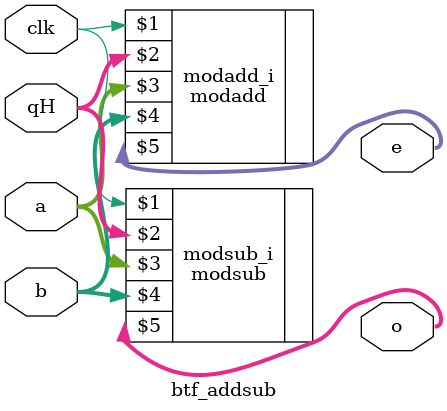
<source format=sv>
/*
    OpenNTT - 2024
    Florian Krieger, Florian Hirner, Ahmet Can Mert, Sujoy Sinha Roy
    Contact: florian.krieger@iaik.tugraz.at
*/
`timescale 1ns/1ps

// Parametric add/sub unit for butterfly
// e = (a+b)
// o = (a-b)

module btf_addsub #
(
    parameter LOGQ = 0,
    parameter [LOGQ-1:0] Q_VALUE = 0, // != 0: q is constant  
    parameter WORD_SIZE = 0, // Last WORD_SIZE digit of q will be 00...001
    // modular add/sub parameters
    parameter MODADD_LAT = 0 // options: 0, 1 or 2 (Latency for ADD/SUB)
)
(
    input  clk,
    input  [LOGQ-WORD_SIZE-1:0] qH,
    input  [LOGQ-1:0] a,b,
    output [LOGQ-1:0] e,o
);

// add/sub
modadd #(LOGQ,Q_VALUE,WORD_SIZE,MODADD_LAT) modadd_i(clk,qH,a,b,e);
modsub #(LOGQ,Q_VALUE,WORD_SIZE,MODADD_LAT) modsub_i(clk,qH,a,b,o);

endmodule
</source>
